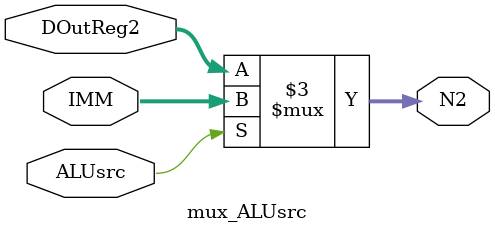
<source format=sv>
module mux_ALUsrc #(parameter W = 32)(
    input logic [W-1:0] DOutReg2,
    input logic [W-1:0] IMM,
    input logic ALUsrc,
    output logic [W-1:0] N2
);

always_comb begin
    if (ALUsrc) N2 = IMM;
    else N2 = DOutReg2;
end
    
endmodule

</source>
